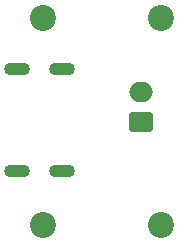
<source format=gbs>
G04 #@! TF.GenerationSoftware,KiCad,Pcbnew,(6.0.0)*
G04 #@! TF.CreationDate,2023-03-26T21:44:28-04:00*
G04 #@! TF.ProjectId,stroboscope_usb_c_0v1,7374726f-626f-4736-936f-70655f757362,rev?*
G04 #@! TF.SameCoordinates,Original*
G04 #@! TF.FileFunction,Soldermask,Bot*
G04 #@! TF.FilePolarity,Negative*
%FSLAX46Y46*%
G04 Gerber Fmt 4.6, Leading zero omitted, Abs format (unit mm)*
G04 Created by KiCad (PCBNEW (6.0.0)) date 2023-03-26 21:44:28*
%MOMM*%
%LPD*%
G01*
G04 APERTURE LIST*
G04 Aperture macros list*
%AMRoundRect*
0 Rectangle with rounded corners*
0 $1 Rounding radius*
0 $2 $3 $4 $5 $6 $7 $8 $9 X,Y pos of 4 corners*
0 Add a 4 corners polygon primitive as box body*
4,1,4,$2,$3,$4,$5,$6,$7,$8,$9,$2,$3,0*
0 Add four circle primitives for the rounded corners*
1,1,$1+$1,$2,$3*
1,1,$1+$1,$4,$5*
1,1,$1+$1,$6,$7*
1,1,$1+$1,$8,$9*
0 Add four rect primitives between the rounded corners*
20,1,$1+$1,$2,$3,$4,$5,0*
20,1,$1+$1,$4,$5,$6,$7,0*
20,1,$1+$1,$6,$7,$8,$9,0*
20,1,$1+$1,$8,$9,$2,$3,0*%
G04 Aperture macros list end*
%ADD10C,2.200000*%
%ADD11O,2.200000X1.100000*%
%ADD12RoundRect,0.250000X0.750000X-0.600000X0.750000X0.600000X-0.750000X0.600000X-0.750000X-0.600000X0*%
%ADD13O,2.000000X1.700000*%
G04 APERTURE END LIST*
D10*
X130000000Y-102500000D03*
X120000000Y-102500000D03*
X120000000Y-85000000D03*
X130000000Y-85000000D03*
D11*
X117800000Y-89280000D03*
X117800000Y-97920000D03*
X121600000Y-89280000D03*
X121600000Y-97920000D03*
D12*
X128317800Y-93756800D03*
D13*
X128317800Y-91256800D03*
M02*

</source>
